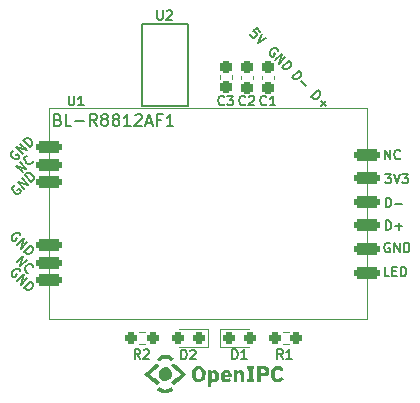
<source format=gto>
G04 #@! TF.GenerationSoftware,KiCad,Pcbnew,8.0.5*
G04 #@! TF.CreationDate,2024-09-26T09:52:47+02:00*
G04 #@! TF.ProjectId,BL-R8812AF1 mount,424c2d52-3838-4313-9241-4631206d6f75,rev?*
G04 #@! TF.SameCoordinates,Original*
G04 #@! TF.FileFunction,Legend,Top*
G04 #@! TF.FilePolarity,Positive*
%FSLAX46Y46*%
G04 Gerber Fmt 4.6, Leading zero omitted, Abs format (unit mm)*
G04 Created by KiCad (PCBNEW 8.0.5) date 2024-09-26 09:52:47*
%MOMM*%
%LPD*%
G01*
G04 APERTURE LIST*
G04 Aperture macros list*
%AMRoundRect*
0 Rectangle with rounded corners*
0 $1 Rounding radius*
0 $2 $3 $4 $5 $6 $7 $8 $9 X,Y pos of 4 corners*
0 Add a 4 corners polygon primitive as box body*
4,1,4,$2,$3,$4,$5,$6,$7,$8,$9,$2,$3,0*
0 Add four circle primitives for the rounded corners*
1,1,$1+$1,$2,$3*
1,1,$1+$1,$4,$5*
1,1,$1+$1,$6,$7*
1,1,$1+$1,$8,$9*
0 Add four rect primitives between the rounded corners*
20,1,$1+$1,$2,$3,$4,$5,0*
20,1,$1+$1,$4,$5,$6,$7,0*
20,1,$1+$1,$6,$7,$8,$9,0*
20,1,$1+$1,$8,$9,$2,$3,0*%
%AMHorizOval*
0 Thick line with rounded ends*
0 $1 width*
0 $2 $3 position (X,Y) of the first rounded end (center of the circle)*
0 $4 $5 position (X,Y) of the second rounded end (center of the circle)*
0 Add line between two ends*
20,1,$1,$2,$3,$4,$5,0*
0 Add two circle primitives to create the rounded ends*
1,1,$1,$2,$3*
1,1,$1,$4,$5*%
G04 Aperture macros list end*
%ADD10C,0.150000*%
%ADD11C,0.120000*%
%ADD12C,0.000000*%
%ADD13C,0.152400*%
%ADD14C,0.100000*%
%ADD15RoundRect,0.237500X0.250000X0.237500X-0.250000X0.237500X-0.250000X-0.237500X0.250000X-0.237500X0*%
%ADD16RoundRect,0.237500X-0.250000X-0.237500X0.250000X-0.237500X0.250000X0.237500X-0.250000X0.237500X0*%
%ADD17RoundRect,0.237500X-0.237500X0.300000X-0.237500X-0.300000X0.237500X-0.300000X0.237500X0.300000X0*%
%ADD18RoundRect,0.237500X0.287500X0.237500X-0.287500X0.237500X-0.287500X-0.237500X0.287500X-0.237500X0*%
%ADD19RoundRect,0.237500X-0.287500X-0.237500X0.287500X-0.237500X0.287500X0.237500X-0.287500X0.237500X0*%
%ADD20C,4.200000*%
%ADD21C,4.000000*%
%ADD22C,1.700000*%
%ADD23HorizOval,1.700000X0.000000X0.000000X0.000000X0.000000X0*%
%ADD24R,1.549400X0.900800*%
%ADD25R,1.549400X3.200400*%
%ADD26RoundRect,0.275000X0.825000X0.275000X-0.825000X0.275000X-0.825000X-0.275000X0.825000X-0.275000X0*%
G04 APERTURE END LIST*
D10*
X76305568Y-150924435D02*
X76278631Y-150843623D01*
X76278631Y-150843623D02*
X76197819Y-150762811D01*
X76197819Y-150762811D02*
X76090069Y-150708936D01*
X76090069Y-150708936D02*
X75982319Y-150708936D01*
X75982319Y-150708936D02*
X75901507Y-150735873D01*
X75901507Y-150735873D02*
X75766820Y-150816685D01*
X75766820Y-150816685D02*
X75686008Y-150897498D01*
X75686008Y-150897498D02*
X75605196Y-151032185D01*
X75605196Y-151032185D02*
X75578258Y-151112997D01*
X75578258Y-151112997D02*
X75578258Y-151220746D01*
X75578258Y-151220746D02*
X75632133Y-151328496D01*
X75632133Y-151328496D02*
X75686008Y-151382371D01*
X75686008Y-151382371D02*
X75793758Y-151436246D01*
X75793758Y-151436246D02*
X75847632Y-151436246D01*
X75847632Y-151436246D02*
X76036194Y-151247684D01*
X76036194Y-151247684D02*
X75928445Y-151139934D01*
X76036194Y-151732557D02*
X76601880Y-151166872D01*
X76601880Y-151166872D02*
X76359443Y-152055806D01*
X76359443Y-152055806D02*
X76925128Y-151490120D01*
X76628817Y-152325180D02*
X77194502Y-151759494D01*
X77194502Y-151759494D02*
X77329189Y-151894181D01*
X77329189Y-151894181D02*
X77383064Y-152001931D01*
X77383064Y-152001931D02*
X77383064Y-152109680D01*
X77383064Y-152109680D02*
X77356127Y-152190493D01*
X77356127Y-152190493D02*
X77275314Y-152325180D01*
X77275314Y-152325180D02*
X77194502Y-152405992D01*
X77194502Y-152405992D02*
X77059815Y-152486804D01*
X77059815Y-152486804D02*
X76979003Y-152513741D01*
X76979003Y-152513741D02*
X76871253Y-152513741D01*
X76871253Y-152513741D02*
X76763504Y-152459867D01*
X76763504Y-152459867D02*
X76628817Y-152325180D01*
X75867435Y-146706431D02*
X75786623Y-146733368D01*
X75786623Y-146733368D02*
X75705811Y-146814180D01*
X75705811Y-146814180D02*
X75651936Y-146921930D01*
X75651936Y-146921930D02*
X75651936Y-147029680D01*
X75651936Y-147029680D02*
X75678873Y-147110492D01*
X75678873Y-147110492D02*
X75759685Y-147245179D01*
X75759685Y-147245179D02*
X75840498Y-147325991D01*
X75840498Y-147325991D02*
X75975185Y-147406803D01*
X75975185Y-147406803D02*
X76055997Y-147433741D01*
X76055997Y-147433741D02*
X76163746Y-147433741D01*
X76163746Y-147433741D02*
X76271496Y-147379866D01*
X76271496Y-147379866D02*
X76325371Y-147325991D01*
X76325371Y-147325991D02*
X76379246Y-147218241D01*
X76379246Y-147218241D02*
X76379246Y-147164367D01*
X76379246Y-147164367D02*
X76190684Y-146975805D01*
X76190684Y-146975805D02*
X76082934Y-147083554D01*
X76675557Y-146975805D02*
X76109872Y-146410119D01*
X76109872Y-146410119D02*
X76998806Y-146652556D01*
X76998806Y-146652556D02*
X76433120Y-146086871D01*
X77268180Y-146383182D02*
X76702494Y-145817497D01*
X76702494Y-145817497D02*
X76837181Y-145682810D01*
X76837181Y-145682810D02*
X76944931Y-145628935D01*
X76944931Y-145628935D02*
X77052680Y-145628935D01*
X77052680Y-145628935D02*
X77133493Y-145655872D01*
X77133493Y-145655872D02*
X77268180Y-145736685D01*
X77268180Y-145736685D02*
X77348992Y-145817497D01*
X77348992Y-145817497D02*
X77429804Y-145952184D01*
X77429804Y-145952184D02*
X77456741Y-146032996D01*
X77456741Y-146032996D02*
X77456741Y-146140746D01*
X77456741Y-146140746D02*
X77402867Y-146248495D01*
X77402867Y-146248495D02*
X77268180Y-146383182D01*
X100972476Y-139203839D02*
X101538162Y-138638154D01*
X101538162Y-138638154D02*
X101672849Y-138772841D01*
X101672849Y-138772841D02*
X101726723Y-138880590D01*
X101726723Y-138880590D02*
X101726723Y-138988340D01*
X101726723Y-138988340D02*
X101699786Y-139069152D01*
X101699786Y-139069152D02*
X101618974Y-139203839D01*
X101618974Y-139203839D02*
X101538162Y-139284651D01*
X101538162Y-139284651D02*
X101403475Y-139365463D01*
X101403475Y-139365463D02*
X101322662Y-139392401D01*
X101322662Y-139392401D02*
X101214913Y-139392401D01*
X101214913Y-139392401D02*
X101107163Y-139338526D01*
X101107163Y-139338526D02*
X100972476Y-139203839D01*
X101753661Y-139554025D02*
X102184659Y-139985024D01*
X101753661Y-139985024D02*
X102184659Y-139554025D01*
X98149568Y-135303435D02*
X98122631Y-135222623D01*
X98122631Y-135222623D02*
X98041819Y-135141811D01*
X98041819Y-135141811D02*
X97934069Y-135087936D01*
X97934069Y-135087936D02*
X97826319Y-135087936D01*
X97826319Y-135087936D02*
X97745507Y-135114873D01*
X97745507Y-135114873D02*
X97610820Y-135195685D01*
X97610820Y-135195685D02*
X97530008Y-135276498D01*
X97530008Y-135276498D02*
X97449196Y-135411185D01*
X97449196Y-135411185D02*
X97422258Y-135491997D01*
X97422258Y-135491997D02*
X97422258Y-135599746D01*
X97422258Y-135599746D02*
X97476133Y-135707496D01*
X97476133Y-135707496D02*
X97530008Y-135761371D01*
X97530008Y-135761371D02*
X97637758Y-135815246D01*
X97637758Y-135815246D02*
X97691632Y-135815246D01*
X97691632Y-135815246D02*
X97880194Y-135626684D01*
X97880194Y-135626684D02*
X97772445Y-135518934D01*
X97880194Y-136111557D02*
X98445880Y-135545872D01*
X98445880Y-135545872D02*
X98203443Y-136434806D01*
X98203443Y-136434806D02*
X98769128Y-135869120D01*
X98472817Y-136704180D02*
X99038502Y-136138494D01*
X99038502Y-136138494D02*
X99173189Y-136273181D01*
X99173189Y-136273181D02*
X99227064Y-136380931D01*
X99227064Y-136380931D02*
X99227064Y-136488680D01*
X99227064Y-136488680D02*
X99200127Y-136569493D01*
X99200127Y-136569493D02*
X99119314Y-136704180D01*
X99119314Y-136704180D02*
X99038502Y-136784992D01*
X99038502Y-136784992D02*
X98903815Y-136865804D01*
X98903815Y-136865804D02*
X98823003Y-136892741D01*
X98823003Y-136892741D02*
X98715253Y-136892741D01*
X98715253Y-136892741D02*
X98607504Y-136838867D01*
X98607504Y-136838867D02*
X98472817Y-136704180D01*
X107213523Y-145739295D02*
X107708761Y-145739295D01*
X107708761Y-145739295D02*
X107442095Y-146044057D01*
X107442095Y-146044057D02*
X107556380Y-146044057D01*
X107556380Y-146044057D02*
X107632571Y-146082152D01*
X107632571Y-146082152D02*
X107670666Y-146120247D01*
X107670666Y-146120247D02*
X107708761Y-146196438D01*
X107708761Y-146196438D02*
X107708761Y-146386914D01*
X107708761Y-146386914D02*
X107670666Y-146463104D01*
X107670666Y-146463104D02*
X107632571Y-146501200D01*
X107632571Y-146501200D02*
X107556380Y-146539295D01*
X107556380Y-146539295D02*
X107327809Y-146539295D01*
X107327809Y-146539295D02*
X107251618Y-146501200D01*
X107251618Y-146501200D02*
X107213523Y-146463104D01*
X107937333Y-145739295D02*
X108204000Y-146539295D01*
X108204000Y-146539295D02*
X108470666Y-145739295D01*
X108661142Y-145739295D02*
X109156380Y-145739295D01*
X109156380Y-145739295D02*
X108889714Y-146044057D01*
X108889714Y-146044057D02*
X109003999Y-146044057D01*
X109003999Y-146044057D02*
X109080190Y-146082152D01*
X109080190Y-146082152D02*
X109118285Y-146120247D01*
X109118285Y-146120247D02*
X109156380Y-146196438D01*
X109156380Y-146196438D02*
X109156380Y-146386914D01*
X109156380Y-146386914D02*
X109118285Y-146463104D01*
X109118285Y-146463104D02*
X109080190Y-146501200D01*
X109080190Y-146501200D02*
X109003999Y-146539295D01*
X109003999Y-146539295D02*
X108775428Y-146539295D01*
X108775428Y-146539295D02*
X108699237Y-146501200D01*
X108699237Y-146501200D02*
X108661142Y-146463104D01*
X107245238Y-150476295D02*
X107245238Y-149676295D01*
X107245238Y-149676295D02*
X107435714Y-149676295D01*
X107435714Y-149676295D02*
X107550000Y-149714390D01*
X107550000Y-149714390D02*
X107626190Y-149790580D01*
X107626190Y-149790580D02*
X107664285Y-149866771D01*
X107664285Y-149866771D02*
X107702381Y-150019152D01*
X107702381Y-150019152D02*
X107702381Y-150133438D01*
X107702381Y-150133438D02*
X107664285Y-150285819D01*
X107664285Y-150285819D02*
X107626190Y-150362009D01*
X107626190Y-150362009D02*
X107550000Y-150438200D01*
X107550000Y-150438200D02*
X107435714Y-150476295D01*
X107435714Y-150476295D02*
X107245238Y-150476295D01*
X108045238Y-150171533D02*
X108654762Y-150171533D01*
X108350000Y-150476295D02*
X108350000Y-149866771D01*
X96594754Y-133694746D02*
X96325380Y-133425372D01*
X96325380Y-133425372D02*
X96029069Y-133667809D01*
X96029069Y-133667809D02*
X96082944Y-133667809D01*
X96082944Y-133667809D02*
X96163756Y-133694746D01*
X96163756Y-133694746D02*
X96298443Y-133829433D01*
X96298443Y-133829433D02*
X96325380Y-133910245D01*
X96325380Y-133910245D02*
X96325380Y-133964120D01*
X96325380Y-133964120D02*
X96298443Y-134044932D01*
X96298443Y-134044932D02*
X96163756Y-134179619D01*
X96163756Y-134179619D02*
X96082944Y-134206557D01*
X96082944Y-134206557D02*
X96029069Y-134206557D01*
X96029069Y-134206557D02*
X95948257Y-134179619D01*
X95948257Y-134179619D02*
X95813570Y-134044932D01*
X95813570Y-134044932D02*
X95786632Y-133964120D01*
X95786632Y-133964120D02*
X95786632Y-133910245D01*
X96783316Y-133883308D02*
X96406193Y-134637555D01*
X96406193Y-134637555D02*
X97160440Y-134260432D01*
X107245238Y-148571295D02*
X107245238Y-147771295D01*
X107245238Y-147771295D02*
X107435714Y-147771295D01*
X107435714Y-147771295D02*
X107550000Y-147809390D01*
X107550000Y-147809390D02*
X107626190Y-147885580D01*
X107626190Y-147885580D02*
X107664285Y-147961771D01*
X107664285Y-147961771D02*
X107702381Y-148114152D01*
X107702381Y-148114152D02*
X107702381Y-148228438D01*
X107702381Y-148228438D02*
X107664285Y-148380819D01*
X107664285Y-148380819D02*
X107626190Y-148457009D01*
X107626190Y-148457009D02*
X107550000Y-148533200D01*
X107550000Y-148533200D02*
X107435714Y-148571295D01*
X107435714Y-148571295D02*
X107245238Y-148571295D01*
X108045238Y-148266533D02*
X108654762Y-148266533D01*
X99321476Y-137552839D02*
X99887162Y-136987154D01*
X99887162Y-136987154D02*
X100021849Y-137121841D01*
X100021849Y-137121841D02*
X100075723Y-137229590D01*
X100075723Y-137229590D02*
X100075723Y-137337340D01*
X100075723Y-137337340D02*
X100048786Y-137418152D01*
X100048786Y-137418152D02*
X99967974Y-137552839D01*
X99967974Y-137552839D02*
X99887162Y-137633651D01*
X99887162Y-137633651D02*
X99752475Y-137714463D01*
X99752475Y-137714463D02*
X99671662Y-137741401D01*
X99671662Y-137741401D02*
X99563913Y-137741401D01*
X99563913Y-137741401D02*
X99456163Y-137687526D01*
X99456163Y-137687526D02*
X99321476Y-137552839D01*
X100102661Y-137903025D02*
X100533659Y-138334024D01*
X80416476Y-139135295D02*
X80416476Y-139782914D01*
X80416476Y-139782914D02*
X80454571Y-139859104D01*
X80454571Y-139859104D02*
X80492666Y-139897200D01*
X80492666Y-139897200D02*
X80568857Y-139935295D01*
X80568857Y-139935295D02*
X80721238Y-139935295D01*
X80721238Y-139935295D02*
X80797428Y-139897200D01*
X80797428Y-139897200D02*
X80835523Y-139859104D01*
X80835523Y-139859104D02*
X80873619Y-139782914D01*
X80873619Y-139782914D02*
X80873619Y-139135295D01*
X81673618Y-139935295D02*
X81216475Y-139935295D01*
X81445047Y-139935295D02*
X81445047Y-139135295D01*
X81445047Y-139135295D02*
X81368856Y-139249580D01*
X81368856Y-139249580D02*
X81292666Y-139325771D01*
X81292666Y-139325771D02*
X81216475Y-139363866D01*
X75740435Y-143785431D02*
X75659623Y-143812368D01*
X75659623Y-143812368D02*
X75578811Y-143893180D01*
X75578811Y-143893180D02*
X75524936Y-144000930D01*
X75524936Y-144000930D02*
X75524936Y-144108680D01*
X75524936Y-144108680D02*
X75551873Y-144189492D01*
X75551873Y-144189492D02*
X75632685Y-144324179D01*
X75632685Y-144324179D02*
X75713498Y-144404991D01*
X75713498Y-144404991D02*
X75848185Y-144485803D01*
X75848185Y-144485803D02*
X75928997Y-144512741D01*
X75928997Y-144512741D02*
X76036746Y-144512741D01*
X76036746Y-144512741D02*
X76144496Y-144458866D01*
X76144496Y-144458866D02*
X76198371Y-144404991D01*
X76198371Y-144404991D02*
X76252246Y-144297241D01*
X76252246Y-144297241D02*
X76252246Y-144243367D01*
X76252246Y-144243367D02*
X76063684Y-144054805D01*
X76063684Y-144054805D02*
X75955934Y-144162554D01*
X76548557Y-144054805D02*
X75982872Y-143489119D01*
X75982872Y-143489119D02*
X76871806Y-143731556D01*
X76871806Y-143731556D02*
X76306120Y-143165871D01*
X77141180Y-143462182D02*
X76575494Y-142896497D01*
X76575494Y-142896497D02*
X76710181Y-142761810D01*
X76710181Y-142761810D02*
X76817931Y-142707935D01*
X76817931Y-142707935D02*
X76925680Y-142707935D01*
X76925680Y-142707935D02*
X77006493Y-142734872D01*
X77006493Y-142734872D02*
X77141180Y-142815685D01*
X77141180Y-142815685D02*
X77221992Y-142896497D01*
X77221992Y-142896497D02*
X77302804Y-143031184D01*
X77302804Y-143031184D02*
X77329741Y-143111996D01*
X77329741Y-143111996D02*
X77329741Y-143219746D01*
X77329741Y-143219746D02*
X77275867Y-143327495D01*
X77275867Y-143327495D02*
X77141180Y-143462182D01*
X76007351Y-153227714D02*
X76573037Y-152662029D01*
X76573037Y-152662029D02*
X76330600Y-153550963D01*
X76330600Y-153550963D02*
X76896286Y-152985278D01*
X76977098Y-154089711D02*
X76923223Y-154089711D01*
X76923223Y-154089711D02*
X76815473Y-154035836D01*
X76815473Y-154035836D02*
X76761598Y-153981961D01*
X76761598Y-153981961D02*
X76707724Y-153874212D01*
X76707724Y-153874212D02*
X76707724Y-153766462D01*
X76707724Y-153766462D02*
X76734661Y-153685650D01*
X76734661Y-153685650D02*
X76815473Y-153550963D01*
X76815473Y-153550963D02*
X76896285Y-153470151D01*
X76896285Y-153470151D02*
X77030972Y-153389338D01*
X77030972Y-153389338D02*
X77111785Y-153362401D01*
X77111785Y-153362401D02*
X77219534Y-153362401D01*
X77219534Y-153362401D02*
X77327284Y-153416276D01*
X77327284Y-153416276D02*
X77381159Y-153470151D01*
X77381159Y-153470151D02*
X77435033Y-153577900D01*
X77435033Y-153577900D02*
X77435033Y-153631775D01*
X76519714Y-145607648D02*
X75954029Y-145041962D01*
X75954029Y-145041962D02*
X76842963Y-145284399D01*
X76842963Y-145284399D02*
X76277278Y-144718713D01*
X77381711Y-144637901D02*
X77381711Y-144691776D01*
X77381711Y-144691776D02*
X77327836Y-144799526D01*
X77327836Y-144799526D02*
X77273961Y-144853401D01*
X77273961Y-144853401D02*
X77166212Y-144907275D01*
X77166212Y-144907275D02*
X77058462Y-144907275D01*
X77058462Y-144907275D02*
X76977650Y-144880338D01*
X76977650Y-144880338D02*
X76842963Y-144799526D01*
X76842963Y-144799526D02*
X76762151Y-144718714D01*
X76762151Y-144718714D02*
X76681338Y-144584027D01*
X76681338Y-144584027D02*
X76654401Y-144503214D01*
X76654401Y-144503214D02*
X76654401Y-144395465D01*
X76654401Y-144395465D02*
X76708276Y-144287715D01*
X76708276Y-144287715D02*
X76762151Y-144233840D01*
X76762151Y-144233840D02*
X76869900Y-144179966D01*
X76869900Y-144179966D02*
X76923775Y-144179966D01*
X107594476Y-151619390D02*
X107518286Y-151581295D01*
X107518286Y-151581295D02*
X107404000Y-151581295D01*
X107404000Y-151581295D02*
X107289714Y-151619390D01*
X107289714Y-151619390D02*
X107213524Y-151695580D01*
X107213524Y-151695580D02*
X107175429Y-151771771D01*
X107175429Y-151771771D02*
X107137333Y-151924152D01*
X107137333Y-151924152D02*
X107137333Y-152038438D01*
X107137333Y-152038438D02*
X107175429Y-152190819D01*
X107175429Y-152190819D02*
X107213524Y-152267009D01*
X107213524Y-152267009D02*
X107289714Y-152343200D01*
X107289714Y-152343200D02*
X107404000Y-152381295D01*
X107404000Y-152381295D02*
X107480191Y-152381295D01*
X107480191Y-152381295D02*
X107594476Y-152343200D01*
X107594476Y-152343200D02*
X107632572Y-152305104D01*
X107632572Y-152305104D02*
X107632572Y-152038438D01*
X107632572Y-152038438D02*
X107480191Y-152038438D01*
X107975429Y-152381295D02*
X107975429Y-151581295D01*
X107975429Y-151581295D02*
X108432572Y-152381295D01*
X108432572Y-152381295D02*
X108432572Y-151581295D01*
X108813524Y-152381295D02*
X108813524Y-151581295D01*
X108813524Y-151581295D02*
X109004000Y-151581295D01*
X109004000Y-151581295D02*
X109118286Y-151619390D01*
X109118286Y-151619390D02*
X109194476Y-151695580D01*
X109194476Y-151695580D02*
X109232571Y-151771771D01*
X109232571Y-151771771D02*
X109270667Y-151924152D01*
X109270667Y-151924152D02*
X109270667Y-152038438D01*
X109270667Y-152038438D02*
X109232571Y-152190819D01*
X109232571Y-152190819D02*
X109194476Y-152267009D01*
X109194476Y-152267009D02*
X109118286Y-152343200D01*
X109118286Y-152343200D02*
X109004000Y-152381295D01*
X109004000Y-152381295D02*
X108813524Y-152381295D01*
X107562714Y-154413295D02*
X107181762Y-154413295D01*
X107181762Y-154413295D02*
X107181762Y-153613295D01*
X107829381Y-153994247D02*
X108096047Y-153994247D01*
X108210333Y-154413295D02*
X107829381Y-154413295D01*
X107829381Y-154413295D02*
X107829381Y-153613295D01*
X107829381Y-153613295D02*
X108210333Y-153613295D01*
X108553191Y-154413295D02*
X108553191Y-153613295D01*
X108553191Y-153613295D02*
X108743667Y-153613295D01*
X108743667Y-153613295D02*
X108857953Y-153651390D01*
X108857953Y-153651390D02*
X108934143Y-153727580D01*
X108934143Y-153727580D02*
X108972238Y-153803771D01*
X108972238Y-153803771D02*
X109010334Y-153956152D01*
X109010334Y-153956152D02*
X109010334Y-154070438D01*
X109010334Y-154070438D02*
X108972238Y-154222819D01*
X108972238Y-154222819D02*
X108934143Y-154299009D01*
X108934143Y-154299009D02*
X108857953Y-154375200D01*
X108857953Y-154375200D02*
X108743667Y-154413295D01*
X108743667Y-154413295D02*
X108553191Y-154413295D01*
X107194429Y-144507295D02*
X107194429Y-143707295D01*
X107194429Y-143707295D02*
X107651572Y-144507295D01*
X107651572Y-144507295D02*
X107651572Y-143707295D01*
X108489667Y-144431104D02*
X108451571Y-144469200D01*
X108451571Y-144469200D02*
X108337286Y-144507295D01*
X108337286Y-144507295D02*
X108261095Y-144507295D01*
X108261095Y-144507295D02*
X108146809Y-144469200D01*
X108146809Y-144469200D02*
X108070619Y-144393009D01*
X108070619Y-144393009D02*
X108032524Y-144316819D01*
X108032524Y-144316819D02*
X107994428Y-144164438D01*
X107994428Y-144164438D02*
X107994428Y-144050152D01*
X107994428Y-144050152D02*
X108032524Y-143897771D01*
X108032524Y-143897771D02*
X108070619Y-143821580D01*
X108070619Y-143821580D02*
X108146809Y-143745390D01*
X108146809Y-143745390D02*
X108261095Y-143707295D01*
X108261095Y-143707295D02*
X108337286Y-143707295D01*
X108337286Y-143707295D02*
X108451571Y-143745390D01*
X108451571Y-143745390D02*
X108489667Y-143783485D01*
X76305568Y-153972435D02*
X76278631Y-153891623D01*
X76278631Y-153891623D02*
X76197819Y-153810811D01*
X76197819Y-153810811D02*
X76090069Y-153756936D01*
X76090069Y-153756936D02*
X75982319Y-153756936D01*
X75982319Y-153756936D02*
X75901507Y-153783873D01*
X75901507Y-153783873D02*
X75766820Y-153864685D01*
X75766820Y-153864685D02*
X75686008Y-153945498D01*
X75686008Y-153945498D02*
X75605196Y-154080185D01*
X75605196Y-154080185D02*
X75578258Y-154160997D01*
X75578258Y-154160997D02*
X75578258Y-154268746D01*
X75578258Y-154268746D02*
X75632133Y-154376496D01*
X75632133Y-154376496D02*
X75686008Y-154430371D01*
X75686008Y-154430371D02*
X75793758Y-154484246D01*
X75793758Y-154484246D02*
X75847632Y-154484246D01*
X75847632Y-154484246D02*
X76036194Y-154295684D01*
X76036194Y-154295684D02*
X75928445Y-154187934D01*
X76036194Y-154780557D02*
X76601880Y-154214872D01*
X76601880Y-154214872D02*
X76359443Y-155103806D01*
X76359443Y-155103806D02*
X76925128Y-154538120D01*
X76628817Y-155373180D02*
X77194502Y-154807494D01*
X77194502Y-154807494D02*
X77329189Y-154942181D01*
X77329189Y-154942181D02*
X77383064Y-155049931D01*
X77383064Y-155049931D02*
X77383064Y-155157680D01*
X77383064Y-155157680D02*
X77356127Y-155238493D01*
X77356127Y-155238493D02*
X77275314Y-155373180D01*
X77275314Y-155373180D02*
X77194502Y-155453992D01*
X77194502Y-155453992D02*
X77059815Y-155534804D01*
X77059815Y-155534804D02*
X76979003Y-155561741D01*
X76979003Y-155561741D02*
X76871253Y-155561741D01*
X76871253Y-155561741D02*
X76763504Y-155507867D01*
X76763504Y-155507867D02*
X76628817Y-155373180D01*
X86480667Y-161398295D02*
X86214000Y-161017342D01*
X86023524Y-161398295D02*
X86023524Y-160598295D01*
X86023524Y-160598295D02*
X86328286Y-160598295D01*
X86328286Y-160598295D02*
X86404476Y-160636390D01*
X86404476Y-160636390D02*
X86442571Y-160674485D01*
X86442571Y-160674485D02*
X86480667Y-160750676D01*
X86480667Y-160750676D02*
X86480667Y-160864961D01*
X86480667Y-160864961D02*
X86442571Y-160941152D01*
X86442571Y-160941152D02*
X86404476Y-160979247D01*
X86404476Y-160979247D02*
X86328286Y-161017342D01*
X86328286Y-161017342D02*
X86023524Y-161017342D01*
X86785428Y-160674485D02*
X86823524Y-160636390D01*
X86823524Y-160636390D02*
X86899714Y-160598295D01*
X86899714Y-160598295D02*
X87090190Y-160598295D01*
X87090190Y-160598295D02*
X87166381Y-160636390D01*
X87166381Y-160636390D02*
X87204476Y-160674485D01*
X87204476Y-160674485D02*
X87242571Y-160750676D01*
X87242571Y-160750676D02*
X87242571Y-160826866D01*
X87242571Y-160826866D02*
X87204476Y-160941152D01*
X87204476Y-160941152D02*
X86747333Y-161398295D01*
X86747333Y-161398295D02*
X87242571Y-161398295D01*
X98545667Y-161398295D02*
X98279000Y-161017342D01*
X98088524Y-161398295D02*
X98088524Y-160598295D01*
X98088524Y-160598295D02*
X98393286Y-160598295D01*
X98393286Y-160598295D02*
X98469476Y-160636390D01*
X98469476Y-160636390D02*
X98507571Y-160674485D01*
X98507571Y-160674485D02*
X98545667Y-160750676D01*
X98545667Y-160750676D02*
X98545667Y-160864961D01*
X98545667Y-160864961D02*
X98507571Y-160941152D01*
X98507571Y-160941152D02*
X98469476Y-160979247D01*
X98469476Y-160979247D02*
X98393286Y-161017342D01*
X98393286Y-161017342D02*
X98088524Y-161017342D01*
X99307571Y-161398295D02*
X98850428Y-161398295D01*
X99079000Y-161398295D02*
X99079000Y-160598295D01*
X99079000Y-160598295D02*
X99002809Y-160712580D01*
X99002809Y-160712580D02*
X98926619Y-160788771D01*
X98926619Y-160788771D02*
X98850428Y-160826866D01*
X97148667Y-139859104D02*
X97110571Y-139897200D01*
X97110571Y-139897200D02*
X96996286Y-139935295D01*
X96996286Y-139935295D02*
X96920095Y-139935295D01*
X96920095Y-139935295D02*
X96805809Y-139897200D01*
X96805809Y-139897200D02*
X96729619Y-139821009D01*
X96729619Y-139821009D02*
X96691524Y-139744819D01*
X96691524Y-139744819D02*
X96653428Y-139592438D01*
X96653428Y-139592438D02*
X96653428Y-139478152D01*
X96653428Y-139478152D02*
X96691524Y-139325771D01*
X96691524Y-139325771D02*
X96729619Y-139249580D01*
X96729619Y-139249580D02*
X96805809Y-139173390D01*
X96805809Y-139173390D02*
X96920095Y-139135295D01*
X96920095Y-139135295D02*
X96996286Y-139135295D01*
X96996286Y-139135295D02*
X97110571Y-139173390D01*
X97110571Y-139173390D02*
X97148667Y-139211485D01*
X97910571Y-139935295D02*
X97453428Y-139935295D01*
X97682000Y-139935295D02*
X97682000Y-139135295D01*
X97682000Y-139135295D02*
X97605809Y-139249580D01*
X97605809Y-139249580D02*
X97529619Y-139325771D01*
X97529619Y-139325771D02*
X97453428Y-139363866D01*
X95370667Y-139859104D02*
X95332571Y-139897200D01*
X95332571Y-139897200D02*
X95218286Y-139935295D01*
X95218286Y-139935295D02*
X95142095Y-139935295D01*
X95142095Y-139935295D02*
X95027809Y-139897200D01*
X95027809Y-139897200D02*
X94951619Y-139821009D01*
X94951619Y-139821009D02*
X94913524Y-139744819D01*
X94913524Y-139744819D02*
X94875428Y-139592438D01*
X94875428Y-139592438D02*
X94875428Y-139478152D01*
X94875428Y-139478152D02*
X94913524Y-139325771D01*
X94913524Y-139325771D02*
X94951619Y-139249580D01*
X94951619Y-139249580D02*
X95027809Y-139173390D01*
X95027809Y-139173390D02*
X95142095Y-139135295D01*
X95142095Y-139135295D02*
X95218286Y-139135295D01*
X95218286Y-139135295D02*
X95332571Y-139173390D01*
X95332571Y-139173390D02*
X95370667Y-139211485D01*
X95675428Y-139211485D02*
X95713524Y-139173390D01*
X95713524Y-139173390D02*
X95789714Y-139135295D01*
X95789714Y-139135295D02*
X95980190Y-139135295D01*
X95980190Y-139135295D02*
X96056381Y-139173390D01*
X96056381Y-139173390D02*
X96094476Y-139211485D01*
X96094476Y-139211485D02*
X96132571Y-139287676D01*
X96132571Y-139287676D02*
X96132571Y-139363866D01*
X96132571Y-139363866D02*
X96094476Y-139478152D01*
X96094476Y-139478152D02*
X95637333Y-139935295D01*
X95637333Y-139935295D02*
X96132571Y-139935295D01*
X93592667Y-139859104D02*
X93554571Y-139897200D01*
X93554571Y-139897200D02*
X93440286Y-139935295D01*
X93440286Y-139935295D02*
X93364095Y-139935295D01*
X93364095Y-139935295D02*
X93249809Y-139897200D01*
X93249809Y-139897200D02*
X93173619Y-139821009D01*
X93173619Y-139821009D02*
X93135524Y-139744819D01*
X93135524Y-139744819D02*
X93097428Y-139592438D01*
X93097428Y-139592438D02*
X93097428Y-139478152D01*
X93097428Y-139478152D02*
X93135524Y-139325771D01*
X93135524Y-139325771D02*
X93173619Y-139249580D01*
X93173619Y-139249580D02*
X93249809Y-139173390D01*
X93249809Y-139173390D02*
X93364095Y-139135295D01*
X93364095Y-139135295D02*
X93440286Y-139135295D01*
X93440286Y-139135295D02*
X93554571Y-139173390D01*
X93554571Y-139173390D02*
X93592667Y-139211485D01*
X93859333Y-139135295D02*
X94354571Y-139135295D01*
X94354571Y-139135295D02*
X94087905Y-139440057D01*
X94087905Y-139440057D02*
X94202190Y-139440057D01*
X94202190Y-139440057D02*
X94278381Y-139478152D01*
X94278381Y-139478152D02*
X94316476Y-139516247D01*
X94316476Y-139516247D02*
X94354571Y-139592438D01*
X94354571Y-139592438D02*
X94354571Y-139782914D01*
X94354571Y-139782914D02*
X94316476Y-139859104D01*
X94316476Y-139859104D02*
X94278381Y-139897200D01*
X94278381Y-139897200D02*
X94202190Y-139935295D01*
X94202190Y-139935295D02*
X93973619Y-139935295D01*
X93973619Y-139935295D02*
X93897428Y-139897200D01*
X93897428Y-139897200D02*
X93859333Y-139859104D01*
X89960524Y-161431295D02*
X89960524Y-160631295D01*
X89960524Y-160631295D02*
X90151000Y-160631295D01*
X90151000Y-160631295D02*
X90265286Y-160669390D01*
X90265286Y-160669390D02*
X90341476Y-160745580D01*
X90341476Y-160745580D02*
X90379571Y-160821771D01*
X90379571Y-160821771D02*
X90417667Y-160974152D01*
X90417667Y-160974152D02*
X90417667Y-161088438D01*
X90417667Y-161088438D02*
X90379571Y-161240819D01*
X90379571Y-161240819D02*
X90341476Y-161317009D01*
X90341476Y-161317009D02*
X90265286Y-161393200D01*
X90265286Y-161393200D02*
X90151000Y-161431295D01*
X90151000Y-161431295D02*
X89960524Y-161431295D01*
X90722428Y-160707485D02*
X90760524Y-160669390D01*
X90760524Y-160669390D02*
X90836714Y-160631295D01*
X90836714Y-160631295D02*
X91027190Y-160631295D01*
X91027190Y-160631295D02*
X91103381Y-160669390D01*
X91103381Y-160669390D02*
X91141476Y-160707485D01*
X91141476Y-160707485D02*
X91179571Y-160783676D01*
X91179571Y-160783676D02*
X91179571Y-160859866D01*
X91179571Y-160859866D02*
X91141476Y-160974152D01*
X91141476Y-160974152D02*
X90684333Y-161431295D01*
X90684333Y-161431295D02*
X91179571Y-161431295D01*
X94278524Y-161398295D02*
X94278524Y-160598295D01*
X94278524Y-160598295D02*
X94469000Y-160598295D01*
X94469000Y-160598295D02*
X94583286Y-160636390D01*
X94583286Y-160636390D02*
X94659476Y-160712580D01*
X94659476Y-160712580D02*
X94697571Y-160788771D01*
X94697571Y-160788771D02*
X94735667Y-160941152D01*
X94735667Y-160941152D02*
X94735667Y-161055438D01*
X94735667Y-161055438D02*
X94697571Y-161207819D01*
X94697571Y-161207819D02*
X94659476Y-161284009D01*
X94659476Y-161284009D02*
X94583286Y-161360200D01*
X94583286Y-161360200D02*
X94469000Y-161398295D01*
X94469000Y-161398295D02*
X94278524Y-161398295D01*
X95497571Y-161398295D02*
X95040428Y-161398295D01*
X95269000Y-161398295D02*
X95269000Y-160598295D01*
X95269000Y-160598295D02*
X95192809Y-160712580D01*
X95192809Y-160712580D02*
X95116619Y-160788771D01*
X95116619Y-160788771D02*
X95040428Y-160826866D01*
X87909476Y-131896295D02*
X87909476Y-132543914D01*
X87909476Y-132543914D02*
X87947571Y-132620104D01*
X87947571Y-132620104D02*
X87985666Y-132658200D01*
X87985666Y-132658200D02*
X88061857Y-132696295D01*
X88061857Y-132696295D02*
X88214238Y-132696295D01*
X88214238Y-132696295D02*
X88290428Y-132658200D01*
X88290428Y-132658200D02*
X88328523Y-132620104D01*
X88328523Y-132620104D02*
X88366619Y-132543914D01*
X88366619Y-132543914D02*
X88366619Y-131896295D01*
X88709475Y-131972485D02*
X88747571Y-131934390D01*
X88747571Y-131934390D02*
X88823761Y-131896295D01*
X88823761Y-131896295D02*
X89014237Y-131896295D01*
X89014237Y-131896295D02*
X89090428Y-131934390D01*
X89090428Y-131934390D02*
X89128523Y-131972485D01*
X89128523Y-131972485D02*
X89166618Y-132048676D01*
X89166618Y-132048676D02*
X89166618Y-132124866D01*
X89166618Y-132124866D02*
X89128523Y-132239152D01*
X89128523Y-132239152D02*
X88671380Y-132696295D01*
X88671380Y-132696295D02*
X89166618Y-132696295D01*
X79510523Y-141155009D02*
X79653380Y-141202628D01*
X79653380Y-141202628D02*
X79700999Y-141250247D01*
X79700999Y-141250247D02*
X79748618Y-141345485D01*
X79748618Y-141345485D02*
X79748618Y-141488342D01*
X79748618Y-141488342D02*
X79700999Y-141583580D01*
X79700999Y-141583580D02*
X79653380Y-141631200D01*
X79653380Y-141631200D02*
X79558142Y-141678819D01*
X79558142Y-141678819D02*
X79177190Y-141678819D01*
X79177190Y-141678819D02*
X79177190Y-140678819D01*
X79177190Y-140678819D02*
X79510523Y-140678819D01*
X79510523Y-140678819D02*
X79605761Y-140726438D01*
X79605761Y-140726438D02*
X79653380Y-140774057D01*
X79653380Y-140774057D02*
X79700999Y-140869295D01*
X79700999Y-140869295D02*
X79700999Y-140964533D01*
X79700999Y-140964533D02*
X79653380Y-141059771D01*
X79653380Y-141059771D02*
X79605761Y-141107390D01*
X79605761Y-141107390D02*
X79510523Y-141155009D01*
X79510523Y-141155009D02*
X79177190Y-141155009D01*
X80653380Y-141678819D02*
X80177190Y-141678819D01*
X80177190Y-141678819D02*
X80177190Y-140678819D01*
X80986714Y-141297866D02*
X81748619Y-141297866D01*
X82796237Y-141678819D02*
X82462904Y-141202628D01*
X82224809Y-141678819D02*
X82224809Y-140678819D01*
X82224809Y-140678819D02*
X82605761Y-140678819D01*
X82605761Y-140678819D02*
X82700999Y-140726438D01*
X82700999Y-140726438D02*
X82748618Y-140774057D01*
X82748618Y-140774057D02*
X82796237Y-140869295D01*
X82796237Y-140869295D02*
X82796237Y-141012152D01*
X82796237Y-141012152D02*
X82748618Y-141107390D01*
X82748618Y-141107390D02*
X82700999Y-141155009D01*
X82700999Y-141155009D02*
X82605761Y-141202628D01*
X82605761Y-141202628D02*
X82224809Y-141202628D01*
X83367666Y-141107390D02*
X83272428Y-141059771D01*
X83272428Y-141059771D02*
X83224809Y-141012152D01*
X83224809Y-141012152D02*
X83177190Y-140916914D01*
X83177190Y-140916914D02*
X83177190Y-140869295D01*
X83177190Y-140869295D02*
X83224809Y-140774057D01*
X83224809Y-140774057D02*
X83272428Y-140726438D01*
X83272428Y-140726438D02*
X83367666Y-140678819D01*
X83367666Y-140678819D02*
X83558142Y-140678819D01*
X83558142Y-140678819D02*
X83653380Y-140726438D01*
X83653380Y-140726438D02*
X83700999Y-140774057D01*
X83700999Y-140774057D02*
X83748618Y-140869295D01*
X83748618Y-140869295D02*
X83748618Y-140916914D01*
X83748618Y-140916914D02*
X83700999Y-141012152D01*
X83700999Y-141012152D02*
X83653380Y-141059771D01*
X83653380Y-141059771D02*
X83558142Y-141107390D01*
X83558142Y-141107390D02*
X83367666Y-141107390D01*
X83367666Y-141107390D02*
X83272428Y-141155009D01*
X83272428Y-141155009D02*
X83224809Y-141202628D01*
X83224809Y-141202628D02*
X83177190Y-141297866D01*
X83177190Y-141297866D02*
X83177190Y-141488342D01*
X83177190Y-141488342D02*
X83224809Y-141583580D01*
X83224809Y-141583580D02*
X83272428Y-141631200D01*
X83272428Y-141631200D02*
X83367666Y-141678819D01*
X83367666Y-141678819D02*
X83558142Y-141678819D01*
X83558142Y-141678819D02*
X83653380Y-141631200D01*
X83653380Y-141631200D02*
X83700999Y-141583580D01*
X83700999Y-141583580D02*
X83748618Y-141488342D01*
X83748618Y-141488342D02*
X83748618Y-141297866D01*
X83748618Y-141297866D02*
X83700999Y-141202628D01*
X83700999Y-141202628D02*
X83653380Y-141155009D01*
X83653380Y-141155009D02*
X83558142Y-141107390D01*
X84320047Y-141107390D02*
X84224809Y-141059771D01*
X84224809Y-141059771D02*
X84177190Y-141012152D01*
X84177190Y-141012152D02*
X84129571Y-140916914D01*
X84129571Y-140916914D02*
X84129571Y-140869295D01*
X84129571Y-140869295D02*
X84177190Y-140774057D01*
X84177190Y-140774057D02*
X84224809Y-140726438D01*
X84224809Y-140726438D02*
X84320047Y-140678819D01*
X84320047Y-140678819D02*
X84510523Y-140678819D01*
X84510523Y-140678819D02*
X84605761Y-140726438D01*
X84605761Y-140726438D02*
X84653380Y-140774057D01*
X84653380Y-140774057D02*
X84700999Y-140869295D01*
X84700999Y-140869295D02*
X84700999Y-140916914D01*
X84700999Y-140916914D02*
X84653380Y-141012152D01*
X84653380Y-141012152D02*
X84605761Y-141059771D01*
X84605761Y-141059771D02*
X84510523Y-141107390D01*
X84510523Y-141107390D02*
X84320047Y-141107390D01*
X84320047Y-141107390D02*
X84224809Y-141155009D01*
X84224809Y-141155009D02*
X84177190Y-141202628D01*
X84177190Y-141202628D02*
X84129571Y-141297866D01*
X84129571Y-141297866D02*
X84129571Y-141488342D01*
X84129571Y-141488342D02*
X84177190Y-141583580D01*
X84177190Y-141583580D02*
X84224809Y-141631200D01*
X84224809Y-141631200D02*
X84320047Y-141678819D01*
X84320047Y-141678819D02*
X84510523Y-141678819D01*
X84510523Y-141678819D02*
X84605761Y-141631200D01*
X84605761Y-141631200D02*
X84653380Y-141583580D01*
X84653380Y-141583580D02*
X84700999Y-141488342D01*
X84700999Y-141488342D02*
X84700999Y-141297866D01*
X84700999Y-141297866D02*
X84653380Y-141202628D01*
X84653380Y-141202628D02*
X84605761Y-141155009D01*
X84605761Y-141155009D02*
X84510523Y-141107390D01*
X85653380Y-141678819D02*
X85081952Y-141678819D01*
X85367666Y-141678819D02*
X85367666Y-140678819D01*
X85367666Y-140678819D02*
X85272428Y-140821676D01*
X85272428Y-140821676D02*
X85177190Y-140916914D01*
X85177190Y-140916914D02*
X85081952Y-140964533D01*
X86034333Y-140774057D02*
X86081952Y-140726438D01*
X86081952Y-140726438D02*
X86177190Y-140678819D01*
X86177190Y-140678819D02*
X86415285Y-140678819D01*
X86415285Y-140678819D02*
X86510523Y-140726438D01*
X86510523Y-140726438D02*
X86558142Y-140774057D01*
X86558142Y-140774057D02*
X86605761Y-140869295D01*
X86605761Y-140869295D02*
X86605761Y-140964533D01*
X86605761Y-140964533D02*
X86558142Y-141107390D01*
X86558142Y-141107390D02*
X85986714Y-141678819D01*
X85986714Y-141678819D02*
X86605761Y-141678819D01*
X86986714Y-141393104D02*
X87462904Y-141393104D01*
X86891476Y-141678819D02*
X87224809Y-140678819D01*
X87224809Y-140678819D02*
X87558142Y-141678819D01*
X88224809Y-141155009D02*
X87891476Y-141155009D01*
X87891476Y-141678819D02*
X87891476Y-140678819D01*
X87891476Y-140678819D02*
X88367666Y-140678819D01*
X89272428Y-141678819D02*
X88701000Y-141678819D01*
X88986714Y-141678819D02*
X88986714Y-140678819D01*
X88986714Y-140678819D02*
X88891476Y-140821676D01*
X88891476Y-140821676D02*
X88796238Y-140916914D01*
X88796238Y-140916914D02*
X88701000Y-140964533D01*
D11*
X86892224Y-160161500D02*
X86382776Y-160161500D01*
X86892224Y-159116500D02*
X86382776Y-159116500D01*
X98527776Y-159116500D02*
X99037224Y-159116500D01*
X98527776Y-160161500D02*
X99037224Y-160161500D01*
X97792000Y-137421233D02*
X97792000Y-137713767D01*
X96772000Y-137421233D02*
X96772000Y-137713767D01*
X96014000Y-137421233D02*
X96014000Y-137713767D01*
X94994000Y-137421233D02*
X94994000Y-137713767D01*
X94236000Y-137394733D02*
X94236000Y-137687267D01*
X93216000Y-137394733D02*
X93216000Y-137687267D01*
X92211000Y-160374000D02*
X92211000Y-158904000D01*
X92211000Y-158904000D02*
X89751000Y-158904000D01*
X89751000Y-160374000D02*
X92211000Y-160374000D01*
X93209000Y-158904000D02*
X93209000Y-160374000D01*
X93209000Y-160374000D02*
X95669000Y-160374000D01*
X95669000Y-158904000D02*
X93209000Y-158904000D01*
D12*
G36*
X88723989Y-162112255D02*
G01*
X88873201Y-162167454D01*
X89002840Y-162260147D01*
X89105019Y-162383309D01*
X89171850Y-162529918D01*
X89195447Y-162692951D01*
X89167923Y-162865384D01*
X89100784Y-163010320D01*
X88986770Y-163138041D01*
X88835619Y-163227018D01*
X88665779Y-163271277D01*
X88495701Y-163264846D01*
X88404588Y-163235703D01*
X88226991Y-163125246D01*
X88104537Y-162979611D01*
X88039712Y-162802435D01*
X88029498Y-162687000D01*
X88058378Y-162496057D01*
X88146676Y-162334356D01*
X88237783Y-162241847D01*
X88398393Y-162142429D01*
X88563091Y-162101572D01*
X88723989Y-162112255D01*
G37*
G36*
X88131302Y-163805339D02*
G01*
X88198233Y-163850842D01*
X88217625Y-163865276D01*
X88402239Y-163969481D01*
X88591472Y-164008235D01*
X88780280Y-163981425D01*
X88963621Y-163888942D01*
X88973558Y-163881868D01*
X89056198Y-163824555D01*
X89105997Y-163803241D01*
X89143550Y-163813967D01*
X89178161Y-163842547D01*
X89263215Y-163934599D01*
X89289249Y-164008357D01*
X89258230Y-164072636D01*
X89234397Y-164094414D01*
X89027709Y-164223280D01*
X88800810Y-164299386D01*
X88567590Y-164320759D01*
X88341939Y-164285421D01*
X88220775Y-164238540D01*
X88110129Y-164179177D01*
X88012786Y-164117651D01*
X87974930Y-164088733D01*
X87895971Y-164020069D01*
X87984973Y-163903535D01*
X88043184Y-163832781D01*
X88085283Y-163791422D01*
X88094159Y-163787000D01*
X88131302Y-163805339D01*
G37*
G36*
X88904246Y-161094851D02*
G01*
X88931111Y-161105209D01*
X89045029Y-161160465D01*
X89154607Y-161226754D01*
X89243989Y-161292916D01*
X89297312Y-161347794D01*
X89305532Y-161368630D01*
X89283191Y-161414926D01*
X89227604Y-161481624D01*
X89208042Y-161501139D01*
X89110553Y-161594417D01*
X88999435Y-161510448D01*
X88816201Y-161408306D01*
X88626199Y-161372117D01*
X88432616Y-161401911D01*
X88238635Y-161497721D01*
X88230890Y-161502942D01*
X88153346Y-161553619D01*
X88101449Y-161583552D01*
X88092004Y-161587000D01*
X88062915Y-161563960D01*
X88008983Y-161506365D01*
X87988490Y-161482529D01*
X87900468Y-161378058D01*
X87977179Y-161294784D01*
X88119886Y-161183763D01*
X88303631Y-161104347D01*
X88508729Y-161060449D01*
X88715496Y-161055979D01*
X88904246Y-161094851D01*
G37*
G36*
X95019955Y-162333295D02*
G01*
X95111192Y-162369320D01*
X95178642Y-162419125D01*
X95226551Y-162494484D01*
X95257616Y-162605352D01*
X95274538Y-162761679D01*
X95280015Y-162973420D01*
X95280039Y-162991974D01*
X95280039Y-163353667D01*
X95129842Y-163353667D01*
X94979645Y-163353667D01*
X94979645Y-163034808D01*
X94975138Y-162847212D01*
X94959775Y-162717235D01*
X94930791Y-162636320D01*
X94885421Y-162595912D01*
X94834949Y-162587000D01*
X94769959Y-162595143D01*
X94725667Y-162626385D01*
X94698317Y-162690946D01*
X94684149Y-162799042D01*
X94679405Y-162960895D01*
X94679251Y-163010333D01*
X94679251Y-163353667D01*
X94529054Y-163353667D01*
X94378857Y-163353667D01*
X94378857Y-162853667D01*
X94378857Y-162353667D01*
X94529054Y-162353667D01*
X94626668Y-162359702D01*
X94671757Y-162380924D01*
X94679251Y-162406086D01*
X94687810Y-162434989D01*
X94722459Y-162422451D01*
X94767195Y-162389419D01*
X94888480Y-162329116D01*
X95019955Y-162333295D01*
G37*
G36*
X95803641Y-162027434D02*
G01*
X96131156Y-162037000D01*
X96131156Y-162153667D01*
X96123032Y-162235536D01*
X96090627Y-162272297D01*
X96056058Y-162280985D01*
X96024857Y-162288078D01*
X96003768Y-162306352D01*
X95990812Y-162347004D01*
X95984011Y-162421232D01*
X95981387Y-162540233D01*
X95980959Y-162705985D01*
X95980959Y-163120333D01*
X96064402Y-163120333D01*
X96120831Y-163129050D01*
X96143932Y-163168275D01*
X96147845Y-163237000D01*
X96147845Y-163353667D01*
X95814073Y-163353667D01*
X95480302Y-163353667D01*
X95480302Y-163237000D01*
X95486536Y-163158103D01*
X95514591Y-163125804D01*
X95563745Y-163120333D01*
X95647188Y-163120333D01*
X95647188Y-162705985D01*
X95646704Y-162533768D01*
X95643934Y-162417019D01*
X95636899Y-162344541D01*
X95623621Y-162305135D01*
X95602120Y-162287603D01*
X95572089Y-162280985D01*
X95519819Y-162259913D01*
X95494207Y-162203578D01*
X95486558Y-162144101D01*
X95476125Y-162017869D01*
X95803641Y-162027434D01*
G37*
G36*
X96955411Y-162024733D02*
G01*
X97105745Y-162040601D01*
X97212839Y-162071941D01*
X97288243Y-162122754D01*
X97343503Y-162197044D01*
X97361610Y-162232236D01*
X97409857Y-162393764D01*
X97407602Y-162553394D01*
X97358568Y-162695574D01*
X97266477Y-162804754D01*
X97217006Y-162836436D01*
X97118742Y-162867065D01*
X96979866Y-162884501D01*
X96900488Y-162887000D01*
X96681879Y-162887000D01*
X96681879Y-163120333D01*
X96681879Y-163353667D01*
X96531682Y-163353667D01*
X96381485Y-163353667D01*
X96381485Y-162687000D01*
X96381485Y-162620333D01*
X96681879Y-162620333D01*
X96829346Y-162620333D01*
X96932641Y-162615911D01*
X97013113Y-162604843D01*
X97029609Y-162600100D01*
X97070691Y-162549197D01*
X97082405Y-162453667D01*
X97074267Y-162368341D01*
X97041018Y-162317949D01*
X96969404Y-162293761D01*
X96846170Y-162287046D01*
X96829346Y-162287000D01*
X96681879Y-162287000D01*
X96681879Y-162453667D01*
X96681879Y-162620333D01*
X96381485Y-162620333D01*
X96381485Y-162453667D01*
X96381485Y-162020333D01*
X96750291Y-162020333D01*
X96955411Y-162024733D01*
G37*
G36*
X87936820Y-161777911D02*
G01*
X87993238Y-161838842D01*
X88016992Y-161868687D01*
X88104838Y-161983708D01*
X87712215Y-162321075D01*
X87576573Y-162438648D01*
X87460051Y-162541584D01*
X87371572Y-162621848D01*
X87320058Y-162671403D01*
X87310699Y-162682700D01*
X87331724Y-162711448D01*
X87395559Y-162775139D01*
X87493816Y-162865941D01*
X87618105Y-162976018D01*
X87704482Y-163050444D01*
X88107158Y-163393931D01*
X88027588Y-163496976D01*
X87967879Y-163566349D01*
X87920464Y-163608071D01*
X87913389Y-163611550D01*
X87878810Y-163594235D01*
X87801963Y-163539271D01*
X87690821Y-163452906D01*
X87553359Y-163341384D01*
X87397552Y-163210950D01*
X87348848Y-163169428D01*
X87190756Y-163032916D01*
X87051464Y-162910397D01*
X86938453Y-162808636D01*
X86859199Y-162734395D01*
X86821182Y-162694439D01*
X86818935Y-162690156D01*
X86843036Y-162661271D01*
X86909273Y-162597522D01*
X87008548Y-162506779D01*
X87131765Y-162396916D01*
X87269825Y-162275804D01*
X87413633Y-162151315D01*
X87554090Y-162031322D01*
X87682100Y-161923697D01*
X87788564Y-161836311D01*
X87864386Y-161777037D01*
X87900468Y-161753748D01*
X87901177Y-161753666D01*
X87936820Y-161777911D01*
G37*
G36*
X89346628Y-161774317D02*
G01*
X89419332Y-161831086D01*
X89523681Y-161916206D01*
X89650582Y-162021910D01*
X89790942Y-162140428D01*
X89935669Y-162263991D01*
X90075669Y-162384831D01*
X90201850Y-162495181D01*
X90305119Y-162587270D01*
X90376383Y-162653330D01*
X90406549Y-162685594D01*
X90406978Y-162686898D01*
X90382749Y-162715182D01*
X90316143Y-162778109D01*
X90216276Y-162867903D01*
X90092266Y-162976786D01*
X89953230Y-163096979D01*
X89808285Y-163220705D01*
X89666550Y-163340186D01*
X89537140Y-163447645D01*
X89429174Y-163535302D01*
X89351769Y-163595382D01*
X89314042Y-163620105D01*
X89312780Y-163620333D01*
X89274018Y-163596002D01*
X89215908Y-163534977D01*
X89193444Y-163506899D01*
X89106809Y-163393464D01*
X89506565Y-163053011D01*
X89642994Y-162935397D01*
X89759408Y-162832321D01*
X89847155Y-162751665D01*
X89897580Y-162701309D01*
X89906320Y-162688961D01*
X89882275Y-162660283D01*
X89815885Y-162596453D01*
X89715768Y-162505373D01*
X89590544Y-162394948D01*
X89507070Y-162322805D01*
X89107820Y-161980245D01*
X89198332Y-161866957D01*
X89259107Y-161797679D01*
X89304751Y-161757622D01*
X89314662Y-161753667D01*
X89346628Y-161774317D01*
G37*
G36*
X91566282Y-162013251D02*
G01*
X91728259Y-162078779D01*
X91799800Y-162131531D01*
X91902946Y-162241988D01*
X91967905Y-162366748D01*
X92001083Y-162523072D01*
X92009080Y-162695533D01*
X91990751Y-162920476D01*
X91933687Y-163095458D01*
X91834770Y-163226903D01*
X91709958Y-163312000D01*
X91525455Y-163373284D01*
X91337256Y-163379283D01*
X91189685Y-163340113D01*
X91047800Y-163243750D01*
X90939698Y-163099451D01*
X90869273Y-162918888D01*
X90840418Y-162713737D01*
X90844016Y-162666495D01*
X91175107Y-162666495D01*
X91180234Y-162829317D01*
X91198053Y-162939675D01*
X91233518Y-163011324D01*
X91291585Y-163058016D01*
X91321352Y-163072399D01*
X91454562Y-163100190D01*
X91573290Y-163064497D01*
X91599971Y-163045704D01*
X91646521Y-162975041D01*
X91680114Y-162859997D01*
X91696521Y-162722288D01*
X91691514Y-162583626D01*
X91690874Y-162578842D01*
X91651060Y-162427065D01*
X91579395Y-162331931D01*
X91472639Y-162289856D01*
X91427403Y-162287000D01*
X91309965Y-162312425D01*
X91229766Y-162390000D01*
X91185508Y-162521672D01*
X91175107Y-162666495D01*
X90844016Y-162666495D01*
X90857026Y-162495670D01*
X90877884Y-162405231D01*
X90954099Y-162244325D01*
X91074626Y-162120642D01*
X91225885Y-162038214D01*
X91394297Y-162001073D01*
X91566282Y-162013251D01*
G37*
G36*
X98332328Y-162037272D02*
G01*
X98480802Y-162120222D01*
X98523633Y-162160093D01*
X98594429Y-162247379D01*
X98609944Y-162309117D01*
X98568680Y-162359243D01*
X98498049Y-162398327D01*
X98419448Y-162432685D01*
X98373724Y-162433963D01*
X98333700Y-162398193D01*
X98312052Y-162371167D01*
X98220958Y-162304404D01*
X98106007Y-162287524D01*
X97988962Y-162321743D01*
X97945563Y-162350710D01*
X97905877Y-162389331D01*
X97882255Y-162437272D01*
X97870631Y-162511682D01*
X97866938Y-162629711D01*
X97866767Y-162683031D01*
X97869188Y-162822941D01*
X97878986Y-162914029D01*
X97899963Y-162974044D01*
X97935923Y-163020734D01*
X97940012Y-163024877D01*
X98045513Y-163089038D01*
X98161956Y-163093972D01*
X98271570Y-163040639D01*
X98307948Y-163005046D01*
X98388104Y-162911982D01*
X98502928Y-162973738D01*
X98587713Y-163029729D01*
X98612384Y-163084561D01*
X98580857Y-163155922D01*
X98551906Y-163194943D01*
X98430744Y-163298699D01*
X98272211Y-163363610D01*
X98095907Y-163385577D01*
X97921434Y-163360498D01*
X97862733Y-163339114D01*
X97730628Y-163247733D01*
X97631970Y-163111729D01*
X97567262Y-162944461D01*
X97537008Y-162759288D01*
X97541711Y-162569571D01*
X97581873Y-162388669D01*
X97657998Y-162229942D01*
X97770590Y-162106748D01*
X97815176Y-162076556D01*
X97980365Y-162013181D01*
X98159132Y-162000839D01*
X98332328Y-162037272D01*
G37*
G36*
X93975560Y-162375323D02*
G01*
X94102942Y-162468282D01*
X94184440Y-162609550D01*
X94219303Y-162791723D01*
X94228660Y-162937000D01*
X93919921Y-162946584D01*
X93765172Y-162954047D01*
X93668261Y-162965886D01*
X93620333Y-162983659D01*
X93611183Y-163000836D01*
X93639636Y-163068884D01*
X93711590Y-163112840D01*
X93806935Y-163128830D01*
X93905561Y-163112979D01*
X93977211Y-163071346D01*
X94026508Y-163033180D01*
X94062510Y-163039330D01*
X94110531Y-163090790D01*
X94161898Y-163173287D01*
X94155070Y-163239498D01*
X94086829Y-163301014D01*
X94045606Y-163324780D01*
X93893970Y-163375305D01*
X93727046Y-163382835D01*
X93572649Y-163347528D01*
X93521209Y-163321800D01*
X93405524Y-163231804D01*
X93334396Y-163122339D01*
X93300181Y-162977502D01*
X93294100Y-162849243D01*
X93299823Y-162708084D01*
X93305843Y-162679337D01*
X93617205Y-162679337D01*
X93617243Y-162724890D01*
X93645483Y-162746724D01*
X93718183Y-162753359D01*
X93759058Y-162753667D01*
X93865359Y-162745181D01*
X93909805Y-162719196D01*
X93911577Y-162710037D01*
X93893103Y-162650142D01*
X93864757Y-162602463D01*
X93818827Y-162559917D01*
X93758080Y-162560768D01*
X93722904Y-162571763D01*
X93642327Y-162624654D01*
X93617205Y-162679337D01*
X93305843Y-162679337D01*
X93320178Y-162610880D01*
X93359939Y-162535651D01*
X93363227Y-162531111D01*
X93490166Y-162410132D01*
X93647474Y-162341597D01*
X93802619Y-162331033D01*
X93975560Y-162375323D01*
G37*
G36*
X92901286Y-162349769D02*
G01*
X93015651Y-162426276D01*
X93093871Y-162532158D01*
X93096466Y-162538143D01*
X93129256Y-162667288D01*
X93142021Y-162830276D01*
X93134761Y-162997354D01*
X93107476Y-163138767D01*
X93096466Y-163169190D01*
X93019112Y-163279397D01*
X92905502Y-163353449D01*
X92774942Y-163385034D01*
X92646736Y-163367846D01*
X92585461Y-163336189D01*
X92546968Y-163311986D01*
X92524470Y-163314544D01*
X92512582Y-163355289D01*
X92505916Y-163445644D01*
X92502936Y-163511189D01*
X92493048Y-163737000D01*
X92351196Y-163747250D01*
X92209343Y-163757500D01*
X92209343Y-163088916D01*
X92208944Y-162883988D01*
X92208747Y-162851677D01*
X92509737Y-162851677D01*
X92512825Y-162968351D01*
X92520911Y-163057088D01*
X92531988Y-163098111D01*
X92595517Y-163122296D01*
X92684933Y-163118516D01*
X92768048Y-163091681D01*
X92808957Y-163055858D01*
X92836072Y-162964536D01*
X92843148Y-162848786D01*
X92831356Y-162735863D01*
X92801868Y-162653020D01*
X92791059Y-162639381D01*
X92698564Y-162591319D01*
X92582504Y-162600309D01*
X92562533Y-162607233D01*
X92532697Y-162634856D01*
X92516160Y-162698032D01*
X92510000Y-162810287D01*
X92509737Y-162851677D01*
X92208747Y-162851677D01*
X92207833Y-162701953D01*
X92206134Y-162553277D01*
X92203974Y-162448429D01*
X92201479Y-162397875D01*
X92200999Y-162395333D01*
X92225778Y-162378928D01*
X92298208Y-162365073D01*
X92351196Y-162360173D01*
X92453538Y-162360631D01*
X92505494Y-162376676D01*
X92509737Y-162386029D01*
X92534853Y-162399070D01*
X92604195Y-162373243D01*
X92608211Y-162371189D01*
X92699092Y-162335046D01*
X92776754Y-162320333D01*
X92901286Y-162349769D01*
G37*
D13*
X86588600Y-133045200D02*
X86588600Y-140004800D01*
X86588600Y-140004800D02*
X90551000Y-140004800D01*
X90551000Y-133045200D02*
X86588600Y-133045200D01*
X90551000Y-140004800D02*
X90551000Y-133045200D01*
D14*
X105710000Y-157998000D02*
X78710000Y-157998000D01*
X78710000Y-140198000D01*
X105710000Y-140198000D01*
X105710000Y-157998000D01*
%LPC*%
D15*
X87550000Y-159639000D03*
X85725000Y-159639000D03*
D16*
X97870000Y-159639000D03*
X99695000Y-159639000D03*
D17*
X97282000Y-136705000D03*
X97282000Y-138430000D03*
X95504000Y-136705000D03*
X95504000Y-138430000D03*
X93726000Y-136678500D03*
X93726000Y-138403500D03*
D18*
X91426000Y-159639000D03*
X89676000Y-159639000D03*
D19*
X93994000Y-159639000D03*
X95744000Y-159639000D03*
D20*
X111094776Y-149098000D03*
D21*
X94201000Y-148938000D03*
X99601000Y-148938000D03*
X94201000Y-154338000D03*
X99601000Y-154338000D03*
D20*
X74325224Y-149098000D03*
X92710000Y-130713224D03*
X92710000Y-167482776D03*
D22*
X97499898Y-133059898D03*
D23*
X99295949Y-134855949D03*
X101092000Y-136652000D03*
X102888052Y-138448052D03*
D24*
X91795600Y-138825000D03*
X91795600Y-136525000D03*
X91795600Y-134225000D03*
D25*
X85344000Y-136525000D03*
D26*
X105710000Y-144098000D03*
X105710000Y-146098000D03*
X105710000Y-148098000D03*
X105710000Y-150098000D03*
X105710000Y-152098000D03*
X105710000Y-154098000D03*
X78710000Y-154748000D03*
X78710000Y-153248000D03*
X78710000Y-151748000D03*
X78710000Y-146448000D03*
X78710000Y-144948000D03*
X78710000Y-143448000D03*
%LPD*%
M02*

</source>
